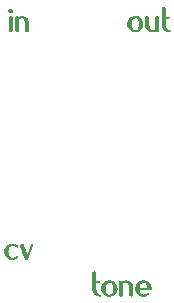
<source format=gbr>
G04 #@! TF.GenerationSoftware,KiCad,Pcbnew,(5.0.0)*
G04 #@! TF.CreationDate,2018-08-29T14:30:19+02:00*
G04 #@! TF.ProjectId,1u_lpg_panel,31755F6C70675F70616E656C2E6B6963,rev?*
G04 #@! TF.SameCoordinates,Original*
G04 #@! TF.FileFunction,Legend,Top*
G04 #@! TF.FilePolarity,Positive*
%FSLAX46Y46*%
G04 Gerber Fmt 4.6, Leading zero omitted, Abs format (unit mm)*
G04 Created by KiCad (PCBNEW (5.0.0)) date 08/29/18 14:30:19*
%MOMM*%
%LPD*%
G01*
G04 APERTURE LIST*
%ADD10C,0.010000*%
G04 APERTURE END LIST*
D10*
G04 #@! TO.C,G\002A\002A\002A*
G36*
X20704466Y-30045529D02*
X20724209Y-30056985D01*
X20739803Y-30070678D01*
X20751775Y-30089713D01*
X20760649Y-30117194D01*
X20766949Y-30156224D01*
X20771198Y-30209909D01*
X20773923Y-30281352D01*
X20775647Y-30373657D01*
X20776741Y-30473333D01*
X20780000Y-30820000D01*
X20935398Y-30823745D01*
X21008763Y-30826466D01*
X21058833Y-30831343D01*
X21088966Y-30839673D01*
X21102519Y-30852755D01*
X21102851Y-30871886D01*
X21098155Y-30886667D01*
X21090017Y-30895446D01*
X21070771Y-30901324D01*
X21036195Y-30904806D01*
X20982068Y-30906401D01*
X20931906Y-30906667D01*
X20773333Y-30906667D01*
X20773597Y-31176667D01*
X20774822Y-31311553D01*
X20778664Y-31423641D01*
X20785802Y-31516728D01*
X20796918Y-31594613D01*
X20812692Y-31661093D01*
X20833806Y-31719966D01*
X20860940Y-31775031D01*
X20889221Y-31821639D01*
X20952594Y-31897502D01*
X21029143Y-31950273D01*
X21109066Y-31978205D01*
X21156713Y-31992370D01*
X21180579Y-32009000D01*
X21184306Y-32017590D01*
X21180478Y-32046134D01*
X21163617Y-32069815D01*
X21141700Y-32077758D01*
X21119505Y-32075150D01*
X21083281Y-32071489D01*
X21073333Y-32070548D01*
X20990653Y-32054693D01*
X20900925Y-32023747D01*
X20829413Y-31989356D01*
X20768896Y-31948186D01*
X20705386Y-31892433D01*
X20646465Y-31829789D01*
X20599711Y-31767950D01*
X20583038Y-31739284D01*
X20566940Y-31707171D01*
X20553280Y-31677875D01*
X20541857Y-31648978D01*
X20532472Y-31618062D01*
X20524924Y-31582709D01*
X20519013Y-31540500D01*
X20514539Y-31489018D01*
X20511303Y-31425844D01*
X20509102Y-31348561D01*
X20507739Y-31254751D01*
X20507012Y-31141994D01*
X20506721Y-31007874D01*
X20506666Y-30849972D01*
X20506666Y-30104615D01*
X20545641Y-30065641D01*
X20593987Y-30033752D01*
X20648564Y-30027530D01*
X20704466Y-30045529D01*
X20704466Y-30045529D01*
G37*
X20704466Y-30045529D02*
X20724209Y-30056985D01*
X20739803Y-30070678D01*
X20751775Y-30089713D01*
X20760649Y-30117194D01*
X20766949Y-30156224D01*
X20771198Y-30209909D01*
X20773923Y-30281352D01*
X20775647Y-30373657D01*
X20776741Y-30473333D01*
X20780000Y-30820000D01*
X20935398Y-30823745D01*
X21008763Y-30826466D01*
X21058833Y-30831343D01*
X21088966Y-30839673D01*
X21102519Y-30852755D01*
X21102851Y-30871886D01*
X21098155Y-30886667D01*
X21090017Y-30895446D01*
X21070771Y-30901324D01*
X21036195Y-30904806D01*
X20982068Y-30906401D01*
X20931906Y-30906667D01*
X20773333Y-30906667D01*
X20773597Y-31176667D01*
X20774822Y-31311553D01*
X20778664Y-31423641D01*
X20785802Y-31516728D01*
X20796918Y-31594613D01*
X20812692Y-31661093D01*
X20833806Y-31719966D01*
X20860940Y-31775031D01*
X20889221Y-31821639D01*
X20952594Y-31897502D01*
X21029143Y-31950273D01*
X21109066Y-31978205D01*
X21156713Y-31992370D01*
X21180579Y-32009000D01*
X21184306Y-32017590D01*
X21180478Y-32046134D01*
X21163617Y-32069815D01*
X21141700Y-32077758D01*
X21119505Y-32075150D01*
X21083281Y-32071489D01*
X21073333Y-32070548D01*
X20990653Y-32054693D01*
X20900925Y-32023747D01*
X20829413Y-31989356D01*
X20768896Y-31948186D01*
X20705386Y-31892433D01*
X20646465Y-31829789D01*
X20599711Y-31767950D01*
X20583038Y-31739284D01*
X20566940Y-31707171D01*
X20553280Y-31677875D01*
X20541857Y-31648978D01*
X20532472Y-31618062D01*
X20524924Y-31582709D01*
X20519013Y-31540500D01*
X20514539Y-31489018D01*
X20511303Y-31425844D01*
X20509102Y-31348561D01*
X20507739Y-31254751D01*
X20507012Y-31141994D01*
X20506721Y-31007874D01*
X20506666Y-30849972D01*
X20506666Y-30104615D01*
X20545641Y-30065641D01*
X20593987Y-30033752D01*
X20648564Y-30027530D01*
X20704466Y-30045529D01*
G36*
X22012028Y-30787508D02*
X22132814Y-30815212D01*
X22246571Y-30865753D01*
X22349497Y-30938505D01*
X22382081Y-30968921D01*
X22452178Y-31051314D01*
X22510411Y-31143700D01*
X22551343Y-31237035D01*
X22559444Y-31263900D01*
X22569949Y-31327042D01*
X22573936Y-31405336D01*
X22571616Y-31488132D01*
X22563197Y-31564778D01*
X22552564Y-31613333D01*
X22505254Y-31728710D01*
X22436550Y-31833373D01*
X22350041Y-31923802D01*
X22249317Y-31996475D01*
X22137966Y-32047872D01*
X22097016Y-32060217D01*
X22029498Y-32071996D01*
X21948322Y-32077627D01*
X21865145Y-32076933D01*
X21791622Y-32069737D01*
X21768367Y-32065196D01*
X21694467Y-32039511D01*
X21613889Y-31997818D01*
X21535752Y-31945596D01*
X21469172Y-31888322D01*
X21462379Y-31881357D01*
X21382060Y-31779359D01*
X21325174Y-31668789D01*
X21291176Y-31552737D01*
X21279517Y-31434294D01*
X21283566Y-31387242D01*
X21561111Y-31387242D01*
X21563438Y-31507063D01*
X21583018Y-31624008D01*
X21619881Y-31733409D01*
X21674056Y-31830601D01*
X21718016Y-31884439D01*
X21788449Y-31943241D01*
X21863258Y-31977631D01*
X21939933Y-31987019D01*
X22015965Y-31970814D01*
X22039780Y-31960112D01*
X22120115Y-31904478D01*
X22186739Y-31827800D01*
X22238437Y-31732595D01*
X22273993Y-31621377D01*
X22292192Y-31496660D01*
X22294405Y-31433333D01*
X22286278Y-31313699D01*
X22262771Y-31203239D01*
X22225588Y-31104599D01*
X22176435Y-31020428D01*
X22117015Y-30953372D01*
X22049033Y-30906076D01*
X21974194Y-30881189D01*
X21936790Y-30877983D01*
X21862234Y-30886021D01*
X21796653Y-30913450D01*
X21733096Y-30963355D01*
X21723750Y-30972525D01*
X21657357Y-31057186D01*
X21608100Y-31157637D01*
X21576008Y-31269211D01*
X21561111Y-31387242D01*
X21283566Y-31387242D01*
X21289650Y-31316548D01*
X21321028Y-31202589D01*
X21373103Y-31095508D01*
X21445329Y-30998394D01*
X21537157Y-30914337D01*
X21645504Y-30847674D01*
X21764572Y-30803113D01*
X21888014Y-30783266D01*
X22012028Y-30787508D01*
X22012028Y-30787508D01*
G37*
X22012028Y-30787508D02*
X22132814Y-30815212D01*
X22246571Y-30865753D01*
X22349497Y-30938505D01*
X22382081Y-30968921D01*
X22452178Y-31051314D01*
X22510411Y-31143700D01*
X22551343Y-31237035D01*
X22559444Y-31263900D01*
X22569949Y-31327042D01*
X22573936Y-31405336D01*
X22571616Y-31488132D01*
X22563197Y-31564778D01*
X22552564Y-31613333D01*
X22505254Y-31728710D01*
X22436550Y-31833373D01*
X22350041Y-31923802D01*
X22249317Y-31996475D01*
X22137966Y-32047872D01*
X22097016Y-32060217D01*
X22029498Y-32071996D01*
X21948322Y-32077627D01*
X21865145Y-32076933D01*
X21791622Y-32069737D01*
X21768367Y-32065196D01*
X21694467Y-32039511D01*
X21613889Y-31997818D01*
X21535752Y-31945596D01*
X21469172Y-31888322D01*
X21462379Y-31881357D01*
X21382060Y-31779359D01*
X21325174Y-31668789D01*
X21291176Y-31552737D01*
X21279517Y-31434294D01*
X21283566Y-31387242D01*
X21561111Y-31387242D01*
X21563438Y-31507063D01*
X21583018Y-31624008D01*
X21619881Y-31733409D01*
X21674056Y-31830601D01*
X21718016Y-31884439D01*
X21788449Y-31943241D01*
X21863258Y-31977631D01*
X21939933Y-31987019D01*
X22015965Y-31970814D01*
X22039780Y-31960112D01*
X22120115Y-31904478D01*
X22186739Y-31827800D01*
X22238437Y-31732595D01*
X22273993Y-31621377D01*
X22292192Y-31496660D01*
X22294405Y-31433333D01*
X22286278Y-31313699D01*
X22262771Y-31203239D01*
X22225588Y-31104599D01*
X22176435Y-31020428D01*
X22117015Y-30953372D01*
X22049033Y-30906076D01*
X21974194Y-30881189D01*
X21936790Y-30877983D01*
X21862234Y-30886021D01*
X21796653Y-30913450D01*
X21733096Y-30963355D01*
X21723750Y-30972525D01*
X21657357Y-31057186D01*
X21608100Y-31157637D01*
X21576008Y-31269211D01*
X21561111Y-31387242D01*
X21283566Y-31387242D01*
X21289650Y-31316548D01*
X21321028Y-31202589D01*
X21373103Y-31095508D01*
X21445329Y-30998394D01*
X21537157Y-30914337D01*
X21645504Y-30847674D01*
X21764572Y-30803113D01*
X21888014Y-30783266D01*
X22012028Y-30787508D01*
G36*
X23425393Y-30798210D02*
X23530382Y-30826336D01*
X23629295Y-30873186D01*
X23717704Y-30937442D01*
X23791182Y-31017788D01*
X23809917Y-31045251D01*
X23833059Y-31083598D01*
X23851502Y-31119880D01*
X23865774Y-31157702D01*
X23876402Y-31200663D01*
X23883913Y-31252368D01*
X23888834Y-31316418D01*
X23891693Y-31396415D01*
X23893017Y-31495962D01*
X23893333Y-31615210D01*
X23893333Y-31986246D01*
X23855780Y-32028274D01*
X23809886Y-32061989D01*
X23757326Y-32072860D01*
X23705014Y-32060641D01*
X23668787Y-32034884D01*
X23633333Y-31999464D01*
X23624902Y-31609732D01*
X23621842Y-31483280D01*
X23618358Y-31380070D01*
X23613963Y-31296677D01*
X23608168Y-31229677D01*
X23600485Y-31175643D01*
X23590426Y-31131152D01*
X23577502Y-31092779D01*
X23561225Y-31057098D01*
X23541106Y-31020686D01*
X23540860Y-31020265D01*
X23509310Y-30976116D01*
X23471235Y-30935491D01*
X23457361Y-30923785D01*
X23426023Y-30902897D01*
X23395023Y-30891639D01*
X23354039Y-30887224D01*
X23319982Y-30886701D01*
X23260141Y-30889676D01*
X23211144Y-30901021D01*
X23157598Y-30924445D01*
X23152322Y-30927123D01*
X23073333Y-30967511D01*
X23066666Y-31480422D01*
X23064898Y-31595515D01*
X23062730Y-31702748D01*
X23060262Y-31799074D01*
X23057595Y-31881446D01*
X23054830Y-31946817D01*
X23052067Y-31992139D01*
X23049407Y-32014366D01*
X23048968Y-32015637D01*
X23030590Y-32034827D01*
X22998840Y-32055799D01*
X22964704Y-32072362D01*
X22939168Y-32078324D01*
X22937984Y-32078184D01*
X22916790Y-32074384D01*
X22897121Y-32070650D01*
X22869341Y-32056947D01*
X22838891Y-32030542D01*
X22833788Y-32024776D01*
X22800000Y-31984620D01*
X22800000Y-30869037D01*
X22841023Y-30834518D01*
X22891979Y-30806179D01*
X22947513Y-30798695D01*
X22999802Y-30812098D01*
X23030179Y-30833815D01*
X23063994Y-30867631D01*
X23118235Y-30839359D01*
X23214891Y-30803404D01*
X23318753Y-30790127D01*
X23425393Y-30798210D01*
X23425393Y-30798210D01*
G37*
X23425393Y-30798210D02*
X23530382Y-30826336D01*
X23629295Y-30873186D01*
X23717704Y-30937442D01*
X23791182Y-31017788D01*
X23809917Y-31045251D01*
X23833059Y-31083598D01*
X23851502Y-31119880D01*
X23865774Y-31157702D01*
X23876402Y-31200663D01*
X23883913Y-31252368D01*
X23888834Y-31316418D01*
X23891693Y-31396415D01*
X23893017Y-31495962D01*
X23893333Y-31615210D01*
X23893333Y-31986246D01*
X23855780Y-32028274D01*
X23809886Y-32061989D01*
X23757326Y-32072860D01*
X23705014Y-32060641D01*
X23668787Y-32034884D01*
X23633333Y-31999464D01*
X23624902Y-31609732D01*
X23621842Y-31483280D01*
X23618358Y-31380070D01*
X23613963Y-31296677D01*
X23608168Y-31229677D01*
X23600485Y-31175643D01*
X23590426Y-31131152D01*
X23577502Y-31092779D01*
X23561225Y-31057098D01*
X23541106Y-31020686D01*
X23540860Y-31020265D01*
X23509310Y-30976116D01*
X23471235Y-30935491D01*
X23457361Y-30923785D01*
X23426023Y-30902897D01*
X23395023Y-30891639D01*
X23354039Y-30887224D01*
X23319982Y-30886701D01*
X23260141Y-30889676D01*
X23211144Y-30901021D01*
X23157598Y-30924445D01*
X23152322Y-30927123D01*
X23073333Y-30967511D01*
X23066666Y-31480422D01*
X23064898Y-31595515D01*
X23062730Y-31702748D01*
X23060262Y-31799074D01*
X23057595Y-31881446D01*
X23054830Y-31946817D01*
X23052067Y-31992139D01*
X23049407Y-32014366D01*
X23048968Y-32015637D01*
X23030590Y-32034827D01*
X22998840Y-32055799D01*
X22964704Y-32072362D01*
X22939168Y-32078324D01*
X22937984Y-32078184D01*
X22916790Y-32074384D01*
X22897121Y-32070650D01*
X22869341Y-32056947D01*
X22838891Y-32030542D01*
X22833788Y-32024776D01*
X22800000Y-31984620D01*
X22800000Y-30869037D01*
X22841023Y-30834518D01*
X22891979Y-30806179D01*
X22947513Y-30798695D01*
X22999802Y-30812098D01*
X23030179Y-30833815D01*
X23063994Y-30867631D01*
X23118235Y-30839359D01*
X23214891Y-30803404D01*
X23318753Y-30790127D01*
X23425393Y-30798210D01*
G36*
X24879314Y-30788639D02*
X24958354Y-30799960D01*
X25002290Y-30811695D01*
X25122821Y-30866817D01*
X25227515Y-30942037D01*
X25314530Y-31034752D01*
X25382022Y-31142361D01*
X25428149Y-31262263D01*
X25451070Y-31391855D01*
X25453333Y-31448653D01*
X25453333Y-31520332D01*
X24970179Y-31516833D01*
X24843937Y-31515868D01*
X24741783Y-31514886D01*
X24661135Y-31513731D01*
X24599415Y-31512250D01*
X24554043Y-31510287D01*
X24522440Y-31507688D01*
X24502025Y-31504297D01*
X24490219Y-31499961D01*
X24484444Y-31494524D01*
X24482118Y-31487832D01*
X24482062Y-31487548D01*
X24480691Y-31469750D01*
X24486037Y-31455768D01*
X24500829Y-31445151D01*
X24527794Y-31437445D01*
X24569660Y-31432198D01*
X24629153Y-31428959D01*
X24709003Y-31427275D01*
X24811935Y-31426694D01*
X24849215Y-31426667D01*
X25173333Y-31426667D01*
X25173136Y-31383333D01*
X25166693Y-31320641D01*
X25149756Y-31245353D01*
X25125195Y-31167951D01*
X25095876Y-31098918D01*
X25094670Y-31096530D01*
X25038244Y-31007208D01*
X24973051Y-30940924D01*
X24901600Y-30898035D01*
X24826399Y-30878900D01*
X24749956Y-30883876D01*
X24674780Y-30913321D01*
X24603378Y-30967593D01*
X24557488Y-31019881D01*
X24499800Y-31116952D01*
X24459788Y-31228843D01*
X24437955Y-31349978D01*
X24434798Y-31474778D01*
X24450819Y-31597669D01*
X24486517Y-31713072D01*
X24493845Y-31729934D01*
X24539907Y-31817554D01*
X24590187Y-31883642D01*
X24648988Y-31933329D01*
X24680070Y-31952085D01*
X24720629Y-31972229D01*
X24755444Y-31982794D01*
X24795710Y-31985986D01*
X24844384Y-31984454D01*
X24947220Y-31967081D01*
X25050772Y-31927532D01*
X25147314Y-31868929D01*
X25165799Y-31854634D01*
X25208313Y-31825613D01*
X25239478Y-31818048D01*
X25263164Y-31831497D01*
X25271343Y-31842553D01*
X25275953Y-31864663D01*
X25262309Y-31890751D01*
X25228544Y-31922938D01*
X25172794Y-31963342D01*
X25154295Y-31975568D01*
X25042460Y-32033006D01*
X24920323Y-32068166D01*
X24793503Y-32080159D01*
X24667624Y-32068096D01*
X24627769Y-32058825D01*
X24518991Y-32016596D01*
X24416564Y-31952092D01*
X24325666Y-31869678D01*
X24251473Y-31773722D01*
X24217949Y-31713191D01*
X24174721Y-31593416D01*
X24156212Y-31471407D01*
X24161009Y-31350226D01*
X24187695Y-31232939D01*
X24234856Y-31122609D01*
X24301077Y-31022300D01*
X24384943Y-30935076D01*
X24485039Y-30864001D01*
X24599949Y-30812140D01*
X24639632Y-30800099D01*
X24709147Y-30788363D01*
X24792643Y-30784658D01*
X24879314Y-30788639D01*
X24879314Y-30788639D01*
G37*
X24879314Y-30788639D02*
X24958354Y-30799960D01*
X25002290Y-30811695D01*
X25122821Y-30866817D01*
X25227515Y-30942037D01*
X25314530Y-31034752D01*
X25382022Y-31142361D01*
X25428149Y-31262263D01*
X25451070Y-31391855D01*
X25453333Y-31448653D01*
X25453333Y-31520332D01*
X24970179Y-31516833D01*
X24843937Y-31515868D01*
X24741783Y-31514886D01*
X24661135Y-31513731D01*
X24599415Y-31512250D01*
X24554043Y-31510287D01*
X24522440Y-31507688D01*
X24502025Y-31504297D01*
X24490219Y-31499961D01*
X24484444Y-31494524D01*
X24482118Y-31487832D01*
X24482062Y-31487548D01*
X24480691Y-31469750D01*
X24486037Y-31455768D01*
X24500829Y-31445151D01*
X24527794Y-31437445D01*
X24569660Y-31432198D01*
X24629153Y-31428959D01*
X24709003Y-31427275D01*
X24811935Y-31426694D01*
X24849215Y-31426667D01*
X25173333Y-31426667D01*
X25173136Y-31383333D01*
X25166693Y-31320641D01*
X25149756Y-31245353D01*
X25125195Y-31167951D01*
X25095876Y-31098918D01*
X25094670Y-31096530D01*
X25038244Y-31007208D01*
X24973051Y-30940924D01*
X24901600Y-30898035D01*
X24826399Y-30878900D01*
X24749956Y-30883876D01*
X24674780Y-30913321D01*
X24603378Y-30967593D01*
X24557488Y-31019881D01*
X24499800Y-31116952D01*
X24459788Y-31228843D01*
X24437955Y-31349978D01*
X24434798Y-31474778D01*
X24450819Y-31597669D01*
X24486517Y-31713072D01*
X24493845Y-31729934D01*
X24539907Y-31817554D01*
X24590187Y-31883642D01*
X24648988Y-31933329D01*
X24680070Y-31952085D01*
X24720629Y-31972229D01*
X24755444Y-31982794D01*
X24795710Y-31985986D01*
X24844384Y-31984454D01*
X24947220Y-31967081D01*
X25050772Y-31927532D01*
X25147314Y-31868929D01*
X25165799Y-31854634D01*
X25208313Y-31825613D01*
X25239478Y-31818048D01*
X25263164Y-31831497D01*
X25271343Y-31842553D01*
X25275953Y-31864663D01*
X25262309Y-31890751D01*
X25228544Y-31922938D01*
X25172794Y-31963342D01*
X25154295Y-31975568D01*
X25042460Y-32033006D01*
X24920323Y-32068166D01*
X24793503Y-32080159D01*
X24667624Y-32068096D01*
X24627769Y-32058825D01*
X24518991Y-32016596D01*
X24416564Y-31952092D01*
X24325666Y-31869678D01*
X24251473Y-31773722D01*
X24217949Y-31713191D01*
X24174721Y-31593416D01*
X24156212Y-31471407D01*
X24161009Y-31350226D01*
X24187695Y-31232939D01*
X24234856Y-31122609D01*
X24301077Y-31022300D01*
X24384943Y-30935076D01*
X24485039Y-30864001D01*
X24599949Y-30812140D01*
X24639632Y-30800099D01*
X24709147Y-30788363D01*
X24792643Y-30784658D01*
X24879314Y-30788639D01*
G36*
X13796666Y-27668750D02*
X13859846Y-27681457D01*
X13927147Y-27703770D01*
X13994370Y-27733176D01*
X14057317Y-27767161D01*
X14111789Y-27803212D01*
X14153585Y-27838815D01*
X14178507Y-27871458D01*
X14182355Y-27898627D01*
X14182066Y-27899423D01*
X14165205Y-27922951D01*
X14138742Y-27926237D01*
X14100244Y-27908949D01*
X14063164Y-27883163D01*
X14009781Y-27844042D01*
X13966779Y-27817347D01*
X13924463Y-27797947D01*
X13873142Y-27780709D01*
X13865006Y-27778272D01*
X13781849Y-27761568D01*
X13699410Y-27759242D01*
X13626154Y-27771083D01*
X13589666Y-27785136D01*
X13519872Y-27834827D01*
X13458972Y-27905806D01*
X13408695Y-27993676D01*
X13370770Y-28094038D01*
X13346925Y-28202495D01*
X13338891Y-28314648D01*
X13345351Y-28406564D01*
X13355563Y-28466822D01*
X13368458Y-28525471D01*
X13381377Y-28570543D01*
X13382342Y-28573231D01*
X13416970Y-28647135D01*
X13464026Y-28719893D01*
X13517032Y-28782451D01*
X13557148Y-28817487D01*
X13626198Y-28851654D01*
X13707617Y-28865969D01*
X13796859Y-28861197D01*
X13889377Y-28838100D01*
X13980624Y-28797441D01*
X14066054Y-28739984D01*
X14077960Y-28730072D01*
X14118649Y-28702533D01*
X14150119Y-28698797D01*
X14174888Y-28718722D01*
X14178570Y-28724380D01*
X14178967Y-28748825D01*
X14158451Y-28780079D01*
X14120975Y-28815323D01*
X14070496Y-28851740D01*
X14010968Y-28886512D01*
X13946347Y-28916820D01*
X13880587Y-28939848D01*
X13873333Y-28941848D01*
X13801080Y-28954167D01*
X13715097Y-28958275D01*
X13626992Y-28954277D01*
X13548372Y-28942276D01*
X13534436Y-28938825D01*
X13417419Y-28894399D01*
X13314607Y-28829672D01*
X13227391Y-28747729D01*
X13157164Y-28651656D01*
X13105320Y-28544540D01*
X13073251Y-28429465D01*
X13062351Y-28309520D01*
X13074011Y-28187788D01*
X13109625Y-28067358D01*
X13125153Y-28032018D01*
X13192055Y-27920705D01*
X13277114Y-27827471D01*
X13377632Y-27753775D01*
X13490914Y-27701076D01*
X13614262Y-27670833D01*
X13744980Y-27664505D01*
X13796666Y-27668750D01*
X13796666Y-27668750D01*
G37*
X13796666Y-27668750D02*
X13859846Y-27681457D01*
X13927147Y-27703770D01*
X13994370Y-27733176D01*
X14057317Y-27767161D01*
X14111789Y-27803212D01*
X14153585Y-27838815D01*
X14178507Y-27871458D01*
X14182355Y-27898627D01*
X14182066Y-27899423D01*
X14165205Y-27922951D01*
X14138742Y-27926237D01*
X14100244Y-27908949D01*
X14063164Y-27883163D01*
X14009781Y-27844042D01*
X13966779Y-27817347D01*
X13924463Y-27797947D01*
X13873142Y-27780709D01*
X13865006Y-27778272D01*
X13781849Y-27761568D01*
X13699410Y-27759242D01*
X13626154Y-27771083D01*
X13589666Y-27785136D01*
X13519872Y-27834827D01*
X13458972Y-27905806D01*
X13408695Y-27993676D01*
X13370770Y-28094038D01*
X13346925Y-28202495D01*
X13338891Y-28314648D01*
X13345351Y-28406564D01*
X13355563Y-28466822D01*
X13368458Y-28525471D01*
X13381377Y-28570543D01*
X13382342Y-28573231D01*
X13416970Y-28647135D01*
X13464026Y-28719893D01*
X13517032Y-28782451D01*
X13557148Y-28817487D01*
X13626198Y-28851654D01*
X13707617Y-28865969D01*
X13796859Y-28861197D01*
X13889377Y-28838100D01*
X13980624Y-28797441D01*
X14066054Y-28739984D01*
X14077960Y-28730072D01*
X14118649Y-28702533D01*
X14150119Y-28698797D01*
X14174888Y-28718722D01*
X14178570Y-28724380D01*
X14178967Y-28748825D01*
X14158451Y-28780079D01*
X14120975Y-28815323D01*
X14070496Y-28851740D01*
X14010968Y-28886512D01*
X13946347Y-28916820D01*
X13880587Y-28939848D01*
X13873333Y-28941848D01*
X13801080Y-28954167D01*
X13715097Y-28958275D01*
X13626992Y-28954277D01*
X13548372Y-28942276D01*
X13534436Y-28938825D01*
X13417419Y-28894399D01*
X13314607Y-28829672D01*
X13227391Y-28747729D01*
X13157164Y-28651656D01*
X13105320Y-28544540D01*
X13073251Y-28429465D01*
X13062351Y-28309520D01*
X13074011Y-28187788D01*
X13109625Y-28067358D01*
X13125153Y-28032018D01*
X13192055Y-27920705D01*
X13277114Y-27827471D01*
X13377632Y-27753775D01*
X13490914Y-27701076D01*
X13614262Y-27670833D01*
X13744980Y-27664505D01*
X13796666Y-27668750D01*
G36*
X14567535Y-27672232D02*
X14603173Y-27693653D01*
X14610132Y-27699352D01*
X14621793Y-27711676D01*
X14634710Y-27731114D01*
X14649890Y-27760067D01*
X14668336Y-27800931D01*
X14691056Y-27856108D01*
X14719054Y-27927994D01*
X14753336Y-28018990D01*
X14794909Y-28131494D01*
X14819957Y-28199883D01*
X14858674Y-28304917D01*
X14894793Y-28401170D01*
X14927265Y-28485974D01*
X14955038Y-28556660D01*
X14977062Y-28610558D01*
X14992286Y-28644999D01*
X14999661Y-28657314D01*
X14999953Y-28657198D01*
X15006366Y-28642674D01*
X15020728Y-28605865D01*
X15041992Y-28549590D01*
X15069109Y-28476665D01*
X15101034Y-28389910D01*
X15136718Y-28292143D01*
X15175115Y-28186181D01*
X15179752Y-28173333D01*
X15218582Y-28066238D01*
X15255028Y-27966715D01*
X15288011Y-27877639D01*
X15316451Y-27801881D01*
X15339269Y-27742315D01*
X15355386Y-27701813D01*
X15363721Y-27683249D01*
X15364101Y-27682690D01*
X15388368Y-27669082D01*
X15416067Y-27673520D01*
X15435111Y-27692985D01*
X15437285Y-27700979D01*
X15433657Y-27719611D01*
X15421604Y-27760102D01*
X15402240Y-27819411D01*
X15376681Y-27894494D01*
X15346042Y-27982310D01*
X15311437Y-28079817D01*
X15273980Y-28183971D01*
X15234788Y-28291731D01*
X15194974Y-28400055D01*
X15155653Y-28505899D01*
X15117941Y-28606223D01*
X15082952Y-28697982D01*
X15051800Y-28778137D01*
X15025602Y-28843643D01*
X15005471Y-28891458D01*
X14992522Y-28918541D01*
X14989486Y-28923009D01*
X14951834Y-28944969D01*
X14902020Y-28954153D01*
X14854535Y-28948830D01*
X14822999Y-28931199D01*
X14797577Y-28906113D01*
X14786077Y-28884199D01*
X14767253Y-28840591D01*
X14742300Y-28778601D01*
X14712414Y-28701540D01*
X14678790Y-28612719D01*
X14642625Y-28515447D01*
X14605113Y-28413037D01*
X14567451Y-28308799D01*
X14530834Y-28206043D01*
X14496457Y-28108081D01*
X14465516Y-28018223D01*
X14439208Y-27939780D01*
X14418726Y-27876064D01*
X14405268Y-27830383D01*
X14400028Y-27806051D01*
X14400000Y-27805153D01*
X14411303Y-27747362D01*
X14443326Y-27703511D01*
X14482869Y-27680997D01*
X14531000Y-27668527D01*
X14567535Y-27672232D01*
X14567535Y-27672232D01*
G37*
X14567535Y-27672232D02*
X14603173Y-27693653D01*
X14610132Y-27699352D01*
X14621793Y-27711676D01*
X14634710Y-27731114D01*
X14649890Y-27760067D01*
X14668336Y-27800931D01*
X14691056Y-27856108D01*
X14719054Y-27927994D01*
X14753336Y-28018990D01*
X14794909Y-28131494D01*
X14819957Y-28199883D01*
X14858674Y-28304917D01*
X14894793Y-28401170D01*
X14927265Y-28485974D01*
X14955038Y-28556660D01*
X14977062Y-28610558D01*
X14992286Y-28644999D01*
X14999661Y-28657314D01*
X14999953Y-28657198D01*
X15006366Y-28642674D01*
X15020728Y-28605865D01*
X15041992Y-28549590D01*
X15069109Y-28476665D01*
X15101034Y-28389910D01*
X15136718Y-28292143D01*
X15175115Y-28186181D01*
X15179752Y-28173333D01*
X15218582Y-28066238D01*
X15255028Y-27966715D01*
X15288011Y-27877639D01*
X15316451Y-27801881D01*
X15339269Y-27742315D01*
X15355386Y-27701813D01*
X15363721Y-27683249D01*
X15364101Y-27682690D01*
X15388368Y-27669082D01*
X15416067Y-27673520D01*
X15435111Y-27692985D01*
X15437285Y-27700979D01*
X15433657Y-27719611D01*
X15421604Y-27760102D01*
X15402240Y-27819411D01*
X15376681Y-27894494D01*
X15346042Y-27982310D01*
X15311437Y-28079817D01*
X15273980Y-28183971D01*
X15234788Y-28291731D01*
X15194974Y-28400055D01*
X15155653Y-28505899D01*
X15117941Y-28606223D01*
X15082952Y-28697982D01*
X15051800Y-28778137D01*
X15025602Y-28843643D01*
X15005471Y-28891458D01*
X14992522Y-28918541D01*
X14989486Y-28923009D01*
X14951834Y-28944969D01*
X14902020Y-28954153D01*
X14854535Y-28948830D01*
X14822999Y-28931199D01*
X14797577Y-28906113D01*
X14786077Y-28884199D01*
X14767253Y-28840591D01*
X14742300Y-28778601D01*
X14712414Y-28701540D01*
X14678790Y-28612719D01*
X14642625Y-28515447D01*
X14605113Y-28413037D01*
X14567451Y-28308799D01*
X14530834Y-28206043D01*
X14496457Y-28108081D01*
X14465516Y-28018223D01*
X14439208Y-27939780D01*
X14418726Y-27876064D01*
X14405268Y-27830383D01*
X14400028Y-27806051D01*
X14400000Y-27805153D01*
X14411303Y-27747362D01*
X14443326Y-27703511D01*
X14482869Y-27680997D01*
X14531000Y-27668527D01*
X14567535Y-27672232D01*
G36*
X24212093Y-8413585D02*
X24326675Y-8439106D01*
X24435747Y-8485356D01*
X24536123Y-8552337D01*
X24624620Y-8640047D01*
X24666187Y-8695787D01*
X24722167Y-8796014D01*
X24756506Y-8899292D01*
X24770933Y-9012212D01*
X24770473Y-9093423D01*
X24766222Y-9159394D01*
X24759332Y-9208948D01*
X24747389Y-9252330D01*
X24727977Y-9299791D01*
X24715559Y-9326481D01*
X24647682Y-9439980D01*
X24561968Y-9535210D01*
X24461258Y-9610745D01*
X24348390Y-9665155D01*
X24226205Y-9697014D01*
X24097543Y-9704892D01*
X23988111Y-9692245D01*
X23877421Y-9657447D01*
X23772603Y-9599344D01*
X23677792Y-9521241D01*
X23597123Y-9426443D01*
X23543622Y-9336953D01*
X23517067Y-9281487D01*
X23500145Y-9238396D01*
X23490321Y-9197587D01*
X23485059Y-9148970D01*
X23482223Y-9092568D01*
X23483145Y-9057857D01*
X23761072Y-9057857D01*
X23764764Y-9151963D01*
X23777358Y-9233802D01*
X23778924Y-9240166D01*
X23815692Y-9349897D01*
X23864837Y-9443407D01*
X23924342Y-9518536D01*
X23992193Y-9573126D01*
X24066374Y-9605017D01*
X24126666Y-9612748D01*
X24174564Y-9606789D01*
X24224618Y-9592085D01*
X24233333Y-9588386D01*
X24304897Y-9541750D01*
X24368666Y-9472242D01*
X24422419Y-9383066D01*
X24463939Y-9277427D01*
X24474408Y-9240166D01*
X24487815Y-9159878D01*
X24492282Y-9066479D01*
X24488240Y-8969455D01*
X24476120Y-8878296D01*
X24456355Y-8802489D01*
X24454241Y-8796810D01*
X24409866Y-8704137D01*
X24354380Y-8624734D01*
X24291191Y-8562119D01*
X24223708Y-8519811D01*
X24169585Y-8503056D01*
X24091223Y-8503286D01*
X24015445Y-8528384D01*
X23944518Y-8576555D01*
X23880705Y-8646004D01*
X23826273Y-8734935D01*
X23799091Y-8796810D01*
X23778667Y-8870793D01*
X23765850Y-8960971D01*
X23761072Y-9057857D01*
X23483145Y-9057857D01*
X23485489Y-8969612D01*
X23507076Y-8860958D01*
X23548726Y-8760022D01*
X23587145Y-8695787D01*
X23667938Y-8596929D01*
X23762322Y-8518800D01*
X23867113Y-8461402D01*
X23979128Y-8424733D01*
X24095182Y-8408794D01*
X24212093Y-8413585D01*
X24212093Y-8413585D01*
G37*
X24212093Y-8413585D02*
X24326675Y-8439106D01*
X24435747Y-8485356D01*
X24536123Y-8552337D01*
X24624620Y-8640047D01*
X24666187Y-8695787D01*
X24722167Y-8796014D01*
X24756506Y-8899292D01*
X24770933Y-9012212D01*
X24770473Y-9093423D01*
X24766222Y-9159394D01*
X24759332Y-9208948D01*
X24747389Y-9252330D01*
X24727977Y-9299791D01*
X24715559Y-9326481D01*
X24647682Y-9439980D01*
X24561968Y-9535210D01*
X24461258Y-9610745D01*
X24348390Y-9665155D01*
X24226205Y-9697014D01*
X24097543Y-9704892D01*
X23988111Y-9692245D01*
X23877421Y-9657447D01*
X23772603Y-9599344D01*
X23677792Y-9521241D01*
X23597123Y-9426443D01*
X23543622Y-9336953D01*
X23517067Y-9281487D01*
X23500145Y-9238396D01*
X23490321Y-9197587D01*
X23485059Y-9148970D01*
X23482223Y-9092568D01*
X23483145Y-9057857D01*
X23761072Y-9057857D01*
X23764764Y-9151963D01*
X23777358Y-9233802D01*
X23778924Y-9240166D01*
X23815692Y-9349897D01*
X23864837Y-9443407D01*
X23924342Y-9518536D01*
X23992193Y-9573126D01*
X24066374Y-9605017D01*
X24126666Y-9612748D01*
X24174564Y-9606789D01*
X24224618Y-9592085D01*
X24233333Y-9588386D01*
X24304897Y-9541750D01*
X24368666Y-9472242D01*
X24422419Y-9383066D01*
X24463939Y-9277427D01*
X24474408Y-9240166D01*
X24487815Y-9159878D01*
X24492282Y-9066479D01*
X24488240Y-8969455D01*
X24476120Y-8878296D01*
X24456355Y-8802489D01*
X24454241Y-8796810D01*
X24409866Y-8704137D01*
X24354380Y-8624734D01*
X24291191Y-8562119D01*
X24223708Y-8519811D01*
X24169585Y-8503056D01*
X24091223Y-8503286D01*
X24015445Y-8528384D01*
X23944518Y-8576555D01*
X23880705Y-8646004D01*
X23826273Y-8734935D01*
X23799091Y-8796810D01*
X23778667Y-8870793D01*
X23765850Y-8960971D01*
X23761072Y-9057857D01*
X23483145Y-9057857D01*
X23485489Y-8969612D01*
X23507076Y-8860958D01*
X23548726Y-8760022D01*
X23587145Y-8695787D01*
X23667938Y-8596929D01*
X23762322Y-8518800D01*
X23867113Y-8461402D01*
X23979128Y-8424733D01*
X24095182Y-8408794D01*
X24212093Y-8413585D01*
G36*
X26006330Y-8433260D02*
X26046013Y-8455370D01*
X26073195Y-8493066D01*
X26078329Y-8506465D01*
X26082538Y-8526555D01*
X26085907Y-8555815D01*
X26088524Y-8596723D01*
X26090474Y-8651758D01*
X26091844Y-8723397D01*
X26092719Y-8814120D01*
X26093187Y-8926405D01*
X26093332Y-9062729D01*
X26093333Y-9071648D01*
X26093333Y-9611287D01*
X26059639Y-9651330D01*
X26027362Y-9680186D01*
X25992306Y-9698545D01*
X25987687Y-9699776D01*
X25950213Y-9700171D01*
X25907537Y-9689939D01*
X25869803Y-9672701D01*
X25847154Y-9652076D01*
X25845759Y-9649109D01*
X25837362Y-9640652D01*
X25818530Y-9641629D01*
X25783966Y-9652918D01*
X25755946Y-9663997D01*
X25663553Y-9690895D01*
X25561927Y-9702636D01*
X25462225Y-9698507D01*
X25402458Y-9686620D01*
X25293684Y-9642708D01*
X25195906Y-9576610D01*
X25113407Y-9491947D01*
X25050470Y-9392342D01*
X25047757Y-9386705D01*
X25006666Y-9300000D01*
X24998892Y-8510028D01*
X25033964Y-8468347D01*
X25061524Y-8441121D01*
X25091008Y-8429120D01*
X25129169Y-8426667D01*
X25172521Y-8430326D01*
X25203563Y-8445161D01*
X25227983Y-8468077D01*
X25266666Y-8509487D01*
X25266898Y-8858077D01*
X25267591Y-8987570D01*
X25269769Y-9094012D01*
X25273865Y-9180998D01*
X25280312Y-9252123D01*
X25289543Y-9310982D01*
X25301990Y-9361169D01*
X25318086Y-9406281D01*
X25338115Y-9449614D01*
X25374639Y-9507049D01*
X25420077Y-9557207D01*
X25467812Y-9593662D01*
X25501359Y-9608199D01*
X25555541Y-9612638D01*
X25622592Y-9604775D01*
X25692698Y-9586325D01*
X25742525Y-9566015D01*
X25813333Y-9531372D01*
X25813480Y-9062353D01*
X25813745Y-8950857D01*
X25814433Y-8845977D01*
X25815488Y-8751162D01*
X25816854Y-8669866D01*
X25818475Y-8605539D01*
X25820296Y-8561635D01*
X25821877Y-8543421D01*
X25842450Y-8486499D01*
X25880347Y-8446795D01*
X25931753Y-8427803D01*
X25949361Y-8426667D01*
X26006330Y-8433260D01*
X26006330Y-8433260D01*
G37*
X26006330Y-8433260D02*
X26046013Y-8455370D01*
X26073195Y-8493066D01*
X26078329Y-8506465D01*
X26082538Y-8526555D01*
X26085907Y-8555815D01*
X26088524Y-8596723D01*
X26090474Y-8651758D01*
X26091844Y-8723397D01*
X26092719Y-8814120D01*
X26093187Y-8926405D01*
X26093332Y-9062729D01*
X26093333Y-9071648D01*
X26093333Y-9611287D01*
X26059639Y-9651330D01*
X26027362Y-9680186D01*
X25992306Y-9698545D01*
X25987687Y-9699776D01*
X25950213Y-9700171D01*
X25907537Y-9689939D01*
X25869803Y-9672701D01*
X25847154Y-9652076D01*
X25845759Y-9649109D01*
X25837362Y-9640652D01*
X25818530Y-9641629D01*
X25783966Y-9652918D01*
X25755946Y-9663997D01*
X25663553Y-9690895D01*
X25561927Y-9702636D01*
X25462225Y-9698507D01*
X25402458Y-9686620D01*
X25293684Y-9642708D01*
X25195906Y-9576610D01*
X25113407Y-9491947D01*
X25050470Y-9392342D01*
X25047757Y-9386705D01*
X25006666Y-9300000D01*
X24998892Y-8510028D01*
X25033964Y-8468347D01*
X25061524Y-8441121D01*
X25091008Y-8429120D01*
X25129169Y-8426667D01*
X25172521Y-8430326D01*
X25203563Y-8445161D01*
X25227983Y-8468077D01*
X25266666Y-8509487D01*
X25266898Y-8858077D01*
X25267591Y-8987570D01*
X25269769Y-9094012D01*
X25273865Y-9180998D01*
X25280312Y-9252123D01*
X25289543Y-9310982D01*
X25301990Y-9361169D01*
X25318086Y-9406281D01*
X25338115Y-9449614D01*
X25374639Y-9507049D01*
X25420077Y-9557207D01*
X25467812Y-9593662D01*
X25501359Y-9608199D01*
X25555541Y-9612638D01*
X25622592Y-9604775D01*
X25692698Y-9586325D01*
X25742525Y-9566015D01*
X25813333Y-9531372D01*
X25813480Y-9062353D01*
X25813745Y-8950857D01*
X25814433Y-8845977D01*
X25815488Y-8751162D01*
X25816854Y-8669866D01*
X25818475Y-8605539D01*
X25820296Y-8561635D01*
X25821877Y-8543421D01*
X25842450Y-8486499D01*
X25880347Y-8446795D01*
X25931753Y-8427803D01*
X25949361Y-8426667D01*
X26006330Y-8433260D01*
G36*
X13633664Y-8434590D02*
X13656456Y-8452228D01*
X13700000Y-8491123D01*
X13703987Y-9015561D01*
X13704667Y-9133063D01*
X13704899Y-9243668D01*
X13704708Y-9344198D01*
X13704116Y-9431471D01*
X13703146Y-9502311D01*
X13701824Y-9553536D01*
X13700171Y-9581967D01*
X13699770Y-9584823D01*
X13678114Y-9640422D01*
X13638247Y-9677053D01*
X13582428Y-9692841D01*
X13569090Y-9693333D01*
X13522846Y-9688485D01*
X13488892Y-9670683D01*
X13475475Y-9658505D01*
X13449262Y-9622783D01*
X13433321Y-9583796D01*
X13432930Y-9581839D01*
X13431320Y-9559474D01*
X13430029Y-9513601D01*
X13429078Y-9447376D01*
X13428487Y-9363956D01*
X13428276Y-9266497D01*
X13428467Y-9158157D01*
X13429078Y-9042092D01*
X13429273Y-9015560D01*
X13433333Y-8491119D01*
X13476877Y-8452226D01*
X13528790Y-8419726D01*
X13581353Y-8413847D01*
X13633664Y-8434590D01*
X13633664Y-8434590D01*
G37*
X13633664Y-8434590D02*
X13656456Y-8452228D01*
X13700000Y-8491123D01*
X13703987Y-9015561D01*
X13704667Y-9133063D01*
X13704899Y-9243668D01*
X13704708Y-9344198D01*
X13704116Y-9431471D01*
X13703146Y-9502311D01*
X13701824Y-9553536D01*
X13700171Y-9581967D01*
X13699770Y-9584823D01*
X13678114Y-9640422D01*
X13638247Y-9677053D01*
X13582428Y-9692841D01*
X13569090Y-9693333D01*
X13522846Y-9688485D01*
X13488892Y-9670683D01*
X13475475Y-9658505D01*
X13449262Y-9622783D01*
X13433321Y-9583796D01*
X13432930Y-9581839D01*
X13431320Y-9559474D01*
X13430029Y-9513601D01*
X13429078Y-9447376D01*
X13428487Y-9363956D01*
X13428276Y-9266497D01*
X13428467Y-9158157D01*
X13429078Y-9042092D01*
X13429273Y-9015560D01*
X13433333Y-8491119D01*
X13476877Y-8452226D01*
X13528790Y-8419726D01*
X13581353Y-8413847D01*
X13633664Y-8434590D01*
G36*
X14664190Y-8432453D02*
X14770205Y-8470784D01*
X14866750Y-8529975D01*
X14950352Y-8608664D01*
X15017539Y-8705493D01*
X15031824Y-8733333D01*
X15073333Y-8820000D01*
X15077398Y-9216960D01*
X15081464Y-9613920D01*
X15041757Y-9653627D01*
X14992267Y-9686712D01*
X14938184Y-9695282D01*
X14885083Y-9679315D01*
X14852307Y-9654359D01*
X14813333Y-9615384D01*
X14813069Y-9284359D01*
X14812338Y-9152131D01*
X14810133Y-9043047D01*
X14806088Y-8953609D01*
X14799840Y-8880316D01*
X14791023Y-8819669D01*
X14779272Y-8768169D01*
X14764222Y-8722317D01*
X14751176Y-8690918D01*
X14716215Y-8629385D01*
X14671829Y-8574914D01*
X14623924Y-8533653D01*
X14579221Y-8511946D01*
X14523235Y-8507383D01*
X14454595Y-8515871D01*
X14382843Y-8535684D01*
X14333848Y-8556372D01*
X14260000Y-8593333D01*
X14246666Y-9628999D01*
X14209256Y-9661166D01*
X14158080Y-9689322D01*
X14102682Y-9693457D01*
X14049822Y-9673823D01*
X14025641Y-9654359D01*
X13986666Y-9615384D01*
X13986666Y-8496970D01*
X14020972Y-8462664D01*
X14055281Y-8436589D01*
X14091350Y-8420458D01*
X14092924Y-8420090D01*
X14130008Y-8419796D01*
X14172465Y-8430094D01*
X14210118Y-8447325D01*
X14232789Y-8467832D01*
X14234240Y-8470890D01*
X14242625Y-8479365D01*
X14261429Y-8478439D01*
X14295961Y-8467245D01*
X14324053Y-8456206D01*
X14437641Y-8423804D01*
X14552178Y-8416339D01*
X14664190Y-8432453D01*
X14664190Y-8432453D01*
G37*
X14664190Y-8432453D02*
X14770205Y-8470784D01*
X14866750Y-8529975D01*
X14950352Y-8608664D01*
X15017539Y-8705493D01*
X15031824Y-8733333D01*
X15073333Y-8820000D01*
X15077398Y-9216960D01*
X15081464Y-9613920D01*
X15041757Y-9653627D01*
X14992267Y-9686712D01*
X14938184Y-9695282D01*
X14885083Y-9679315D01*
X14852307Y-9654359D01*
X14813333Y-9615384D01*
X14813069Y-9284359D01*
X14812338Y-9152131D01*
X14810133Y-9043047D01*
X14806088Y-8953609D01*
X14799840Y-8880316D01*
X14791023Y-8819669D01*
X14779272Y-8768169D01*
X14764222Y-8722317D01*
X14751176Y-8690918D01*
X14716215Y-8629385D01*
X14671829Y-8574914D01*
X14623924Y-8533653D01*
X14579221Y-8511946D01*
X14523235Y-8507383D01*
X14454595Y-8515871D01*
X14382843Y-8535684D01*
X14333848Y-8556372D01*
X14260000Y-8593333D01*
X14246666Y-9628999D01*
X14209256Y-9661166D01*
X14158080Y-9689322D01*
X14102682Y-9693457D01*
X14049822Y-9673823D01*
X14025641Y-9654359D01*
X13986666Y-9615384D01*
X13986666Y-8496970D01*
X14020972Y-8462664D01*
X14055281Y-8436589D01*
X14091350Y-8420458D01*
X14092924Y-8420090D01*
X14130008Y-8419796D01*
X14172465Y-8430094D01*
X14210118Y-8447325D01*
X14232789Y-8467832D01*
X14234240Y-8470890D01*
X14242625Y-8479365D01*
X14261429Y-8478439D01*
X14295961Y-8467245D01*
X14324053Y-8456206D01*
X14437641Y-8423804D01*
X14552178Y-8416339D01*
X14664190Y-8432453D01*
G36*
X26565462Y-7658955D02*
X26601241Y-7680053D01*
X26614358Y-7692308D01*
X26653333Y-7731282D01*
X26653333Y-8440000D01*
X26797451Y-8440000D01*
X26880037Y-8442098D01*
X26937875Y-8448764D01*
X26972581Y-8460557D01*
X26985770Y-8478034D01*
X26979058Y-8501753D01*
X26978576Y-8502552D01*
X26968720Y-8513124D01*
X26951220Y-8520426D01*
X26921294Y-8525235D01*
X26874155Y-8528328D01*
X26806964Y-8530437D01*
X26650109Y-8534207D01*
X26656764Y-8863770D01*
X26659516Y-8979446D01*
X26663020Y-9072616D01*
X26667923Y-9147440D01*
X26674872Y-9208078D01*
X26684512Y-9258691D01*
X26697491Y-9303439D01*
X26714455Y-9346482D01*
X26736050Y-9391980D01*
X26740097Y-9400000D01*
X26781179Y-9463943D01*
X26833541Y-9520800D01*
X26890372Y-9564162D01*
X26937380Y-9585700D01*
X26981004Y-9598246D01*
X27019459Y-9609215D01*
X27026666Y-9611253D01*
X27053388Y-9627460D01*
X27060000Y-9653654D01*
X27058118Y-9672028D01*
X27048307Y-9682240D01*
X27024318Y-9687075D01*
X26980000Y-9689315D01*
X26898022Y-9683999D01*
X26833177Y-9667874D01*
X26745512Y-9632066D01*
X26674739Y-9592276D01*
X26611156Y-9542513D01*
X26576113Y-9509101D01*
X26533486Y-9462168D01*
X26493579Y-9411271D01*
X26464727Y-9367077D01*
X26463772Y-9365323D01*
X26447614Y-9334640D01*
X26433886Y-9305813D01*
X26422391Y-9276456D01*
X26412930Y-9244185D01*
X26405305Y-9206614D01*
X26399318Y-9161360D01*
X26394772Y-9106038D01*
X26391469Y-9038263D01*
X26389210Y-8955650D01*
X26387799Y-8855815D01*
X26387036Y-8736373D01*
X26386725Y-8594939D01*
X26386666Y-8436173D01*
X26386666Y-7731282D01*
X26425641Y-7692308D01*
X26461665Y-7664272D01*
X26501978Y-7653941D01*
X26520000Y-7653333D01*
X26565462Y-7658955D01*
X26565462Y-7658955D01*
G37*
X26565462Y-7658955D02*
X26601241Y-7680053D01*
X26614358Y-7692308D01*
X26653333Y-7731282D01*
X26653333Y-8440000D01*
X26797451Y-8440000D01*
X26880037Y-8442098D01*
X26937875Y-8448764D01*
X26972581Y-8460557D01*
X26985770Y-8478034D01*
X26979058Y-8501753D01*
X26978576Y-8502552D01*
X26968720Y-8513124D01*
X26951220Y-8520426D01*
X26921294Y-8525235D01*
X26874155Y-8528328D01*
X26806964Y-8530437D01*
X26650109Y-8534207D01*
X26656764Y-8863770D01*
X26659516Y-8979446D01*
X26663020Y-9072616D01*
X26667923Y-9147440D01*
X26674872Y-9208078D01*
X26684512Y-9258691D01*
X26697491Y-9303439D01*
X26714455Y-9346482D01*
X26736050Y-9391980D01*
X26740097Y-9400000D01*
X26781179Y-9463943D01*
X26833541Y-9520800D01*
X26890372Y-9564162D01*
X26937380Y-9585700D01*
X26981004Y-9598246D01*
X27019459Y-9609215D01*
X27026666Y-9611253D01*
X27053388Y-9627460D01*
X27060000Y-9653654D01*
X27058118Y-9672028D01*
X27048307Y-9682240D01*
X27024318Y-9687075D01*
X26980000Y-9689315D01*
X26898022Y-9683999D01*
X26833177Y-9667874D01*
X26745512Y-9632066D01*
X26674739Y-9592276D01*
X26611156Y-9542513D01*
X26576113Y-9509101D01*
X26533486Y-9462168D01*
X26493579Y-9411271D01*
X26464727Y-9367077D01*
X26463772Y-9365323D01*
X26447614Y-9334640D01*
X26433886Y-9305813D01*
X26422391Y-9276456D01*
X26412930Y-9244185D01*
X26405305Y-9206614D01*
X26399318Y-9161360D01*
X26394772Y-9106038D01*
X26391469Y-9038263D01*
X26389210Y-8955650D01*
X26387799Y-8855815D01*
X26387036Y-8736373D01*
X26386725Y-8594939D01*
X26386666Y-8436173D01*
X26386666Y-7731282D01*
X26425641Y-7692308D01*
X26461665Y-7664272D01*
X26501978Y-7653941D01*
X26520000Y-7653333D01*
X26565462Y-7658955D01*
G36*
X13606978Y-7785129D02*
X13660346Y-7811481D01*
X13678974Y-7827692D01*
X13714028Y-7879333D01*
X13725755Y-7936279D01*
X13714876Y-7992437D01*
X13682109Y-8041711D01*
X13650802Y-8066325D01*
X13595243Y-8089270D01*
X13539130Y-8088007D01*
X13499365Y-8074590D01*
X13450917Y-8039902D01*
X13421383Y-7988563D01*
X13413333Y-7936769D01*
X13424616Y-7875916D01*
X13454928Y-7828147D01*
X13498963Y-7795640D01*
X13551415Y-7780575D01*
X13606978Y-7785129D01*
X13606978Y-7785129D01*
G37*
X13606978Y-7785129D02*
X13660346Y-7811481D01*
X13678974Y-7827692D01*
X13714028Y-7879333D01*
X13725755Y-7936279D01*
X13714876Y-7992437D01*
X13682109Y-8041711D01*
X13650802Y-8066325D01*
X13595243Y-8089270D01*
X13539130Y-8088007D01*
X13499365Y-8074590D01*
X13450917Y-8039902D01*
X13421383Y-7988563D01*
X13413333Y-7936769D01*
X13424616Y-7875916D01*
X13454928Y-7828147D01*
X13498963Y-7795640D01*
X13551415Y-7780575D01*
X13606978Y-7785129D01*
G04 #@! TD*
M02*

</source>
